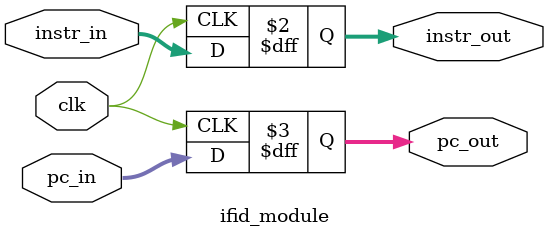
<source format=v>

`timescale 1ns / 1ps

module ifid_module( clk, pc_in, instr_in, pc_out, instr_out );

input clk;
input [7:0] pc_in;
input [31:0] instr_in;

output reg [31:0] instr_out;
output reg [7:0] pc_out;


// the 'always@' means that every time an input changes, run this body of code again
// (so our and gate reruns whenever we change the inputs!)
always@(posedge clk)
begin
	instr_out = instr_in;
	pc_out = pc_in;
     
end

endmodule


</source>
